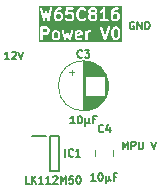
<source format=gto>
%TF.GenerationSoftware,KiCad,Pcbnew,9.0.2*%
%TF.CreationDate,2025-06-17T11:12:26+02:00*%
%TF.ProjectId,HCP65 Power,48435036-3520-4506-9f77-65722e6b6963,V0*%
%TF.SameCoordinates,Original*%
%TF.FileFunction,Legend,Top*%
%TF.FilePolarity,Positive*%
%FSLAX46Y46*%
G04 Gerber Fmt 4.6, Leading zero omitted, Abs format (unit mm)*
G04 Created by KiCad (PCBNEW 9.0.2) date 2025-06-17 11:12:26*
%MOMM*%
%LPD*%
G01*
G04 APERTURE LIST*
%ADD10C,0.150000*%
%ADD11C,0.200000*%
%ADD12C,0.120000*%
G04 APERTURE END LIST*
D10*
X11222458Y-10445963D02*
X11222458Y-9810963D01*
X11222458Y-9810963D02*
X11434125Y-10264534D01*
X11434125Y-10264534D02*
X11645791Y-9810963D01*
X11645791Y-9810963D02*
X11645791Y-10445963D01*
X11948172Y-10445963D02*
X11948172Y-9810963D01*
X11948172Y-9810963D02*
X12190077Y-9810963D01*
X12190077Y-9810963D02*
X12250553Y-9841201D01*
X12250553Y-9841201D02*
X12280791Y-9871439D01*
X12280791Y-9871439D02*
X12311029Y-9931915D01*
X12311029Y-9931915D02*
X12311029Y-10022629D01*
X12311029Y-10022629D02*
X12280791Y-10083105D01*
X12280791Y-10083105D02*
X12250553Y-10113344D01*
X12250553Y-10113344D02*
X12190077Y-10143582D01*
X12190077Y-10143582D02*
X11948172Y-10143582D01*
X12583172Y-9810963D02*
X12583172Y-10325010D01*
X12583172Y-10325010D02*
X12613410Y-10385486D01*
X12613410Y-10385486D02*
X12643648Y-10415725D01*
X12643648Y-10415725D02*
X12704124Y-10445963D01*
X12704124Y-10445963D02*
X12825077Y-10445963D01*
X12825077Y-10445963D02*
X12885553Y-10415725D01*
X12885553Y-10415725D02*
X12915791Y-10385486D01*
X12915791Y-10385486D02*
X12946029Y-10325010D01*
X12946029Y-10325010D02*
X12946029Y-9810963D01*
X13641506Y-9810963D02*
X13853172Y-10445963D01*
X13853172Y-10445963D02*
X14064839Y-9810963D01*
X1598493Y-2825963D02*
X1235636Y-2825963D01*
X1417064Y-2825963D02*
X1417064Y-2190963D01*
X1417064Y-2190963D02*
X1356588Y-2281677D01*
X1356588Y-2281677D02*
X1296112Y-2342153D01*
X1296112Y-2342153D02*
X1235636Y-2372391D01*
X1840398Y-2251439D02*
X1870636Y-2221201D01*
X1870636Y-2221201D02*
X1931112Y-2190963D01*
X1931112Y-2190963D02*
X2082303Y-2190963D01*
X2082303Y-2190963D02*
X2142779Y-2221201D01*
X2142779Y-2221201D02*
X2173017Y-2251439D01*
X2173017Y-2251439D02*
X2203255Y-2311915D01*
X2203255Y-2311915D02*
X2203255Y-2372391D01*
X2203255Y-2372391D02*
X2173017Y-2463105D01*
X2173017Y-2463105D02*
X1810160Y-2825963D01*
X1810160Y-2825963D02*
X2203255Y-2825963D01*
X2384684Y-2190963D02*
X2596350Y-2825963D01*
X2596350Y-2825963D02*
X2808017Y-2190963D01*
D11*
G36*
X5679811Y-600357D02*
G01*
X5704480Y-625025D01*
X5734285Y-684635D01*
X5734285Y-923135D01*
X5704480Y-982743D01*
X5679811Y-1007413D01*
X5620202Y-1037219D01*
X5524559Y-1037219D01*
X5464949Y-1007414D01*
X5440282Y-982746D01*
X5410476Y-923134D01*
X5410476Y-684635D01*
X5440281Y-625025D01*
X5464949Y-600356D01*
X5524559Y-570552D01*
X5620202Y-570552D01*
X5679811Y-600357D01*
G37*
G36*
X7616892Y-592707D02*
G01*
X7634342Y-627607D01*
X7362857Y-681904D01*
X7362857Y-637016D01*
X7385012Y-592706D01*
X7429321Y-570552D01*
X7572583Y-570552D01*
X7616892Y-592707D01*
G37*
G36*
X10727431Y-267024D02*
G01*
X10752100Y-291692D01*
X10787553Y-362599D01*
X10829524Y-530480D01*
X10829524Y-743956D01*
X10787553Y-911837D01*
X10752100Y-982743D01*
X10727431Y-1007413D01*
X10667822Y-1037219D01*
X10619798Y-1037219D01*
X10560188Y-1007414D01*
X10535521Y-982746D01*
X10500066Y-911837D01*
X10458096Y-743956D01*
X10458096Y-530481D01*
X10500066Y-362599D01*
X10535520Y-291692D01*
X10560188Y-267023D01*
X10619798Y-237219D01*
X10667822Y-237219D01*
X10727431Y-267024D01*
G37*
G36*
X4775049Y-267024D02*
G01*
X4799718Y-291692D01*
X4829523Y-351302D01*
X4829523Y-446945D01*
X4799718Y-506554D01*
X4775049Y-531222D01*
X4715440Y-561028D01*
X4458095Y-561028D01*
X4458095Y-237219D01*
X4715440Y-237219D01*
X4775049Y-267024D01*
G37*
G36*
X5917906Y961966D02*
G01*
X5942575Y937298D01*
X5972380Y877689D01*
X5972380Y686808D01*
X5942575Y627198D01*
X5917904Y602527D01*
X5858298Y572724D01*
X5715034Y572724D01*
X5655426Y602528D01*
X5630757Y627198D01*
X5600952Y686808D01*
X5600952Y877688D01*
X5630757Y937298D01*
X5655425Y961967D01*
X5715035Y991772D01*
X5858297Y991772D01*
X5917906Y961966D01*
G37*
G36*
X8822668Y914347D02*
G01*
X8847337Y889679D01*
X8877142Y830070D01*
X8877142Y686808D01*
X8847337Y627198D01*
X8822666Y602527D01*
X8763060Y572724D01*
X8619796Y572724D01*
X8560188Y602528D01*
X8535519Y627198D01*
X8505714Y686808D01*
X8505714Y830069D01*
X8535519Y889679D01*
X8560187Y914348D01*
X8619797Y944153D01*
X8763059Y944153D01*
X8822668Y914347D01*
G37*
G36*
X8822668Y1342918D02*
G01*
X8847337Y1318250D01*
X8877142Y1258641D01*
X8877142Y1258236D01*
X8847337Y1198626D01*
X8822668Y1173958D01*
X8763059Y1144153D01*
X8619797Y1144153D01*
X8560187Y1173957D01*
X8535519Y1198626D01*
X8505714Y1258236D01*
X8505714Y1258640D01*
X8535519Y1318250D01*
X8560187Y1342919D01*
X8619797Y1372724D01*
X8763059Y1372724D01*
X8822668Y1342918D01*
G37*
G36*
X10727430Y961966D02*
G01*
X10752099Y937298D01*
X10781904Y877689D01*
X10781904Y686808D01*
X10752099Y627198D01*
X10727428Y602527D01*
X10667822Y572724D01*
X10524558Y572724D01*
X10464950Y602528D01*
X10440281Y627198D01*
X10410476Y686808D01*
X10410476Y877688D01*
X10440281Y937298D01*
X10464949Y961967D01*
X10524559Y991772D01*
X10667821Y991772D01*
X10727430Y961966D01*
G37*
G36*
X11140635Y-1348330D02*
G01*
X4099434Y-1348330D01*
X4099434Y-137219D01*
X4258095Y-137219D01*
X4258095Y-1137219D01*
X4260016Y-1156728D01*
X4274948Y-1192776D01*
X4302538Y-1220366D01*
X4338586Y-1235298D01*
X4377604Y-1235298D01*
X4413652Y-1220366D01*
X4441242Y-1192776D01*
X4456174Y-1156728D01*
X4458095Y-1137219D01*
X4458095Y-761028D01*
X4739047Y-761028D01*
X4758556Y-759107D01*
X4761876Y-757731D01*
X4765460Y-757477D01*
X4783768Y-750471D01*
X4879006Y-702852D01*
X4887402Y-697566D01*
X4889842Y-696556D01*
X4892588Y-694302D01*
X4895596Y-692409D01*
X4897325Y-690414D01*
X4904996Y-684120D01*
X4928088Y-661028D01*
X5210476Y-661028D01*
X5210476Y-946742D01*
X5212397Y-966251D01*
X5213772Y-969571D01*
X5214027Y-973155D01*
X5221033Y-991463D01*
X5268652Y-1086701D01*
X5273935Y-1095093D01*
X5274947Y-1097537D01*
X5277203Y-1100286D01*
X5279095Y-1103291D01*
X5281089Y-1105020D01*
X5287384Y-1112690D01*
X5335002Y-1160310D01*
X5342670Y-1166603D01*
X5344402Y-1168600D01*
X5347410Y-1170493D01*
X5350156Y-1172747D01*
X5352596Y-1173757D01*
X5360993Y-1179043D01*
X5456230Y-1226662D01*
X5474539Y-1233668D01*
X5478122Y-1233922D01*
X5481443Y-1235298D01*
X5500952Y-1237219D01*
X5643809Y-1237219D01*
X5663318Y-1235298D01*
X5666638Y-1233922D01*
X5670222Y-1233668D01*
X5688530Y-1226662D01*
X5783768Y-1179043D01*
X5792163Y-1173758D01*
X5794605Y-1172747D01*
X5797352Y-1170491D01*
X5800358Y-1168600D01*
X5802088Y-1166605D01*
X5809758Y-1160310D01*
X5857377Y-1112690D01*
X5863669Y-1105023D01*
X5865666Y-1103292D01*
X5867559Y-1100284D01*
X5869814Y-1097537D01*
X5870825Y-1095095D01*
X5876109Y-1086701D01*
X5923728Y-991464D01*
X5930734Y-973155D01*
X5930988Y-969571D01*
X5932364Y-966251D01*
X5934285Y-946742D01*
X5934285Y-661028D01*
X5932364Y-641519D01*
X5930988Y-638198D01*
X5930734Y-634615D01*
X5923728Y-616306D01*
X5876109Y-521069D01*
X5870823Y-512672D01*
X5869813Y-510232D01*
X5867559Y-507486D01*
X5865666Y-504478D01*
X5863668Y-502745D01*
X5857376Y-495079D01*
X5841035Y-478738D01*
X6067954Y-478738D01*
X6071467Y-498024D01*
X6261943Y-1164691D01*
X6269149Y-1182922D01*
X6273119Y-1187923D01*
X6275632Y-1193786D01*
X6285143Y-1203068D01*
X6293410Y-1213481D01*
X6298987Y-1216579D01*
X6303556Y-1221038D01*
X6315905Y-1225977D01*
X6327518Y-1232429D01*
X6333853Y-1233157D01*
X6339783Y-1235529D01*
X6353076Y-1235366D01*
X6366281Y-1236884D01*
X6372420Y-1235129D01*
X6378798Y-1235052D01*
X6391008Y-1229819D01*
X6403798Y-1226165D01*
X6408799Y-1222194D01*
X6414662Y-1219682D01*
X6423944Y-1210170D01*
X6434357Y-1201904D01*
X6437455Y-1196326D01*
X6441914Y-1191758D01*
X6450943Y-1174358D01*
X6548571Y-930287D01*
X6646199Y-1174358D01*
X6655228Y-1191758D01*
X6659686Y-1196326D01*
X6662785Y-1201904D01*
X6673197Y-1210170D01*
X6682480Y-1219682D01*
X6688343Y-1222194D01*
X6693344Y-1226165D01*
X6706131Y-1229818D01*
X6718343Y-1235052D01*
X6724721Y-1235129D01*
X6730861Y-1236884D01*
X6744072Y-1235365D01*
X6757359Y-1235528D01*
X6763282Y-1233158D01*
X6769624Y-1232430D01*
X6781247Y-1225972D01*
X6793586Y-1221037D01*
X6798152Y-1216580D01*
X6803732Y-1213481D01*
X6811999Y-1203067D01*
X6821510Y-1193786D01*
X6824022Y-1187923D01*
X6827993Y-1182922D01*
X6835199Y-1164691D01*
X6992708Y-613409D01*
X7162857Y-613409D01*
X7162857Y-994361D01*
X7164778Y-1013870D01*
X7166153Y-1017190D01*
X7166408Y-1020773D01*
X7173414Y-1039082D01*
X7221033Y-1134321D01*
X7223086Y-1137584D01*
X7223600Y-1139123D01*
X7225262Y-1141039D01*
X7231476Y-1150911D01*
X7240947Y-1159125D01*
X7249164Y-1168600D01*
X7259034Y-1174812D01*
X7260952Y-1176476D01*
X7262492Y-1176989D01*
X7265755Y-1179043D01*
X7360992Y-1226662D01*
X7379301Y-1233668D01*
X7382884Y-1233922D01*
X7386205Y-1235298D01*
X7405714Y-1237219D01*
X7596190Y-1237219D01*
X7615699Y-1235298D01*
X7619019Y-1233922D01*
X7622603Y-1233668D01*
X7640911Y-1226662D01*
X7736149Y-1179043D01*
X7752739Y-1168600D01*
X7778304Y-1139123D01*
X7790642Y-1102107D01*
X7787877Y-1063187D01*
X7770428Y-1028289D01*
X7740951Y-1002724D01*
X7703935Y-990385D01*
X7665015Y-993151D01*
X7646706Y-1000157D01*
X7572583Y-1037219D01*
X7429321Y-1037219D01*
X7385011Y-1015064D01*
X7362857Y-970754D01*
X7362857Y-885865D01*
X7758553Y-806726D01*
X7758556Y-806726D01*
X7758558Y-806724D01*
X7758658Y-806705D01*
X7777412Y-800995D01*
X7785552Y-795543D01*
X7794604Y-791794D01*
X7801605Y-784792D01*
X7809831Y-779284D01*
X7815265Y-771132D01*
X7822194Y-764204D01*
X7825983Y-755056D01*
X7831475Y-746819D01*
X7833376Y-737208D01*
X7837126Y-728156D01*
X7839047Y-708647D01*
X7839047Y-613409D01*
X7837126Y-593900D01*
X7835750Y-590579D01*
X7835496Y-586996D01*
X7828490Y-568687D01*
X7780871Y-473450D01*
X7779046Y-470552D01*
X8067619Y-470552D01*
X8067619Y-1137219D01*
X8069540Y-1156728D01*
X8084472Y-1192776D01*
X8112062Y-1220366D01*
X8148110Y-1235298D01*
X8187128Y-1235298D01*
X8223176Y-1220366D01*
X8250766Y-1192776D01*
X8265698Y-1156728D01*
X8267619Y-1137219D01*
X8267619Y-684635D01*
X8297424Y-625025D01*
X8322092Y-600356D01*
X8381702Y-570552D01*
X8453333Y-570552D01*
X8472842Y-568631D01*
X8508890Y-553699D01*
X8536480Y-526109D01*
X8551412Y-490061D01*
X8551412Y-451043D01*
X8536480Y-414995D01*
X8508890Y-387405D01*
X8472842Y-372473D01*
X8453333Y-370552D01*
X8358095Y-370552D01*
X8338586Y-372473D01*
X8335265Y-373848D01*
X8331682Y-374103D01*
X8313373Y-381109D01*
X8249044Y-413273D01*
X8223176Y-387405D01*
X8187128Y-372473D01*
X8148110Y-372473D01*
X8112062Y-387405D01*
X8084472Y-414995D01*
X8069540Y-451043D01*
X8067619Y-470552D01*
X7779046Y-470552D01*
X7778816Y-470186D01*
X7778304Y-468648D01*
X7776642Y-466732D01*
X7770428Y-456859D01*
X7760952Y-448641D01*
X7752739Y-439171D01*
X7742867Y-432957D01*
X7740951Y-431295D01*
X7739412Y-430781D01*
X7736149Y-428728D01*
X7640911Y-381109D01*
X7622603Y-374103D01*
X7619019Y-373848D01*
X7615699Y-372473D01*
X7596190Y-370552D01*
X7405714Y-370552D01*
X7386205Y-372473D01*
X7382884Y-373848D01*
X7379301Y-374103D01*
X7360992Y-381109D01*
X7265755Y-428728D01*
X7262491Y-430782D01*
X7260953Y-431295D01*
X7259037Y-432956D01*
X7249164Y-439171D01*
X7240946Y-448646D01*
X7231476Y-456860D01*
X7225262Y-466731D01*
X7223600Y-468648D01*
X7223086Y-470186D01*
X7221033Y-473450D01*
X7173414Y-568688D01*
X7166408Y-586996D01*
X7166153Y-590579D01*
X7164778Y-593900D01*
X7162857Y-613409D01*
X6992708Y-613409D01*
X7025675Y-498024D01*
X7029188Y-478738D01*
X7024733Y-439975D01*
X7005785Y-405867D01*
X6975226Y-381606D01*
X6937709Y-370887D01*
X6898946Y-375342D01*
X6864838Y-394290D01*
X6840577Y-424849D01*
X6833371Y-443080D01*
X6723256Y-828482D01*
X6641419Y-623889D01*
X6632390Y-606489D01*
X6631521Y-605599D01*
X6631034Y-604461D01*
X6617937Y-591680D01*
X6605138Y-578565D01*
X6603997Y-578076D01*
X6603110Y-577210D01*
X6586096Y-570404D01*
X6569274Y-563195D01*
X6568035Y-563179D01*
X6566883Y-562719D01*
X6548592Y-562942D01*
X6530259Y-562718D01*
X6529104Y-563179D01*
X6527867Y-563195D01*
X6511072Y-570392D01*
X6494032Y-577209D01*
X6493142Y-578077D01*
X6492004Y-578565D01*
X6479213Y-591670D01*
X6466108Y-604461D01*
X6465620Y-605599D01*
X6464752Y-606489D01*
X6455723Y-623889D01*
X6373885Y-828482D01*
X6263771Y-443080D01*
X6256565Y-424849D01*
X6232304Y-394290D01*
X6198196Y-375341D01*
X6159433Y-370887D01*
X6121916Y-381606D01*
X6091357Y-405867D01*
X6072408Y-439975D01*
X6067954Y-478738D01*
X5841035Y-478738D01*
X5809758Y-447460D01*
X5802087Y-441165D01*
X5800358Y-439171D01*
X5797350Y-437277D01*
X5794604Y-435024D01*
X5792164Y-434013D01*
X5783768Y-428728D01*
X5688530Y-381109D01*
X5670222Y-374103D01*
X5666638Y-373848D01*
X5663318Y-372473D01*
X5643809Y-370552D01*
X5500952Y-370552D01*
X5481443Y-372473D01*
X5478122Y-373848D01*
X5474539Y-374103D01*
X5456230Y-381109D01*
X5360993Y-428728D01*
X5352596Y-434013D01*
X5350156Y-435024D01*
X5347410Y-437277D01*
X5344402Y-439171D01*
X5342669Y-441168D01*
X5335003Y-447461D01*
X5287384Y-495079D01*
X5281089Y-502749D01*
X5279095Y-504479D01*
X5277201Y-507486D01*
X5274948Y-510233D01*
X5273937Y-512672D01*
X5268652Y-521069D01*
X5221033Y-616307D01*
X5214027Y-634615D01*
X5213772Y-638198D01*
X5212397Y-641519D01*
X5210476Y-661028D01*
X4928088Y-661028D01*
X4952614Y-636501D01*
X4958906Y-628834D01*
X4960904Y-627102D01*
X4962797Y-624093D01*
X4965051Y-621348D01*
X4966061Y-618907D01*
X4971347Y-610511D01*
X5018966Y-515274D01*
X5025972Y-496965D01*
X5026226Y-493381D01*
X5027602Y-490061D01*
X5029523Y-470552D01*
X5029523Y-327695D01*
X5027602Y-308186D01*
X5026226Y-304865D01*
X5025972Y-301282D01*
X5018966Y-282973D01*
X4971347Y-187736D01*
X4966061Y-179339D01*
X4965051Y-176899D01*
X4962797Y-174153D01*
X4960904Y-171145D01*
X4958906Y-169412D01*
X4952614Y-161746D01*
X4940594Y-149726D01*
X9306500Y-149726D01*
X9310847Y-168842D01*
X9644180Y-1168841D01*
X9652171Y-1186742D01*
X9656854Y-1192141D01*
X9660049Y-1198531D01*
X9669520Y-1206746D01*
X9677736Y-1216218D01*
X9684124Y-1219412D01*
X9689525Y-1224096D01*
X9701426Y-1228063D01*
X9712635Y-1233667D01*
X9719759Y-1234173D01*
X9726541Y-1236434D01*
X9739050Y-1235544D01*
X9751555Y-1236434D01*
X9758333Y-1234174D01*
X9765461Y-1233668D01*
X9776677Y-1228059D01*
X9788571Y-1224095D01*
X9793968Y-1219414D01*
X9800360Y-1216218D01*
X9808578Y-1206742D01*
X9818047Y-1198530D01*
X9821240Y-1192143D01*
X9825925Y-1186742D01*
X9833916Y-1168842D01*
X10050806Y-518171D01*
X10258096Y-518171D01*
X10258096Y-756266D01*
X10258431Y-759668D01*
X10258214Y-761127D01*
X10259293Y-768424D01*
X10260017Y-775775D01*
X10260581Y-777138D01*
X10261082Y-780520D01*
X10308701Y-970995D01*
X10309214Y-972432D01*
X10309266Y-973155D01*
X10312374Y-981279D01*
X10315296Y-989456D01*
X10315726Y-990036D01*
X10316272Y-991463D01*
X10363891Y-1086701D01*
X10369174Y-1095093D01*
X10370186Y-1097537D01*
X10372442Y-1100286D01*
X10374334Y-1103291D01*
X10376328Y-1105020D01*
X10382623Y-1112690D01*
X10430241Y-1160310D01*
X10437909Y-1166603D01*
X10439641Y-1168600D01*
X10442649Y-1170493D01*
X10445395Y-1172747D01*
X10447835Y-1173757D01*
X10456232Y-1179043D01*
X10551469Y-1226662D01*
X10569778Y-1233668D01*
X10573361Y-1233922D01*
X10576682Y-1235298D01*
X10596191Y-1237219D01*
X10691429Y-1237219D01*
X10710938Y-1235298D01*
X10714258Y-1233922D01*
X10717842Y-1233668D01*
X10736150Y-1226662D01*
X10831388Y-1179043D01*
X10839783Y-1173758D01*
X10842225Y-1172747D01*
X10844972Y-1170491D01*
X10847978Y-1168600D01*
X10849708Y-1166605D01*
X10857378Y-1160310D01*
X10904997Y-1112690D01*
X10911289Y-1105023D01*
X10913286Y-1103292D01*
X10915179Y-1100284D01*
X10917434Y-1097537D01*
X10918445Y-1095095D01*
X10923729Y-1086701D01*
X10971348Y-991464D01*
X10971894Y-990035D01*
X10972324Y-989456D01*
X10975245Y-981279D01*
X10978354Y-973155D01*
X10978405Y-972434D01*
X10978919Y-970996D01*
X11026538Y-780520D01*
X11027038Y-777138D01*
X11027603Y-775775D01*
X11028326Y-768424D01*
X11029406Y-761127D01*
X11029188Y-759668D01*
X11029524Y-756266D01*
X11029524Y-518171D01*
X11029188Y-514768D01*
X11029406Y-513310D01*
X11028326Y-506012D01*
X11027603Y-498662D01*
X11027038Y-497298D01*
X11026538Y-493917D01*
X10978919Y-303441D01*
X10978405Y-302002D01*
X10978354Y-301282D01*
X10975245Y-293157D01*
X10972324Y-284981D01*
X10971894Y-284401D01*
X10971348Y-282973D01*
X10923729Y-187736D01*
X10918443Y-179339D01*
X10917433Y-176899D01*
X10915179Y-174153D01*
X10913286Y-171145D01*
X10911288Y-169412D01*
X10904996Y-161746D01*
X10857378Y-114127D01*
X10849707Y-107832D01*
X10847978Y-105838D01*
X10844970Y-103944D01*
X10842224Y-101691D01*
X10839784Y-100680D01*
X10831388Y-95395D01*
X10736150Y-47776D01*
X10717842Y-40770D01*
X10714258Y-40515D01*
X10710938Y-39140D01*
X10691429Y-37219D01*
X10596191Y-37219D01*
X10576682Y-39140D01*
X10573361Y-40515D01*
X10569778Y-40770D01*
X10551469Y-47776D01*
X10456232Y-95395D01*
X10447835Y-100680D01*
X10445395Y-101691D01*
X10442649Y-103944D01*
X10439641Y-105838D01*
X10437908Y-107835D01*
X10430242Y-114128D01*
X10382623Y-161746D01*
X10376328Y-169416D01*
X10374334Y-171146D01*
X10372440Y-174153D01*
X10370187Y-176900D01*
X10369176Y-179339D01*
X10363891Y-187736D01*
X10316272Y-282974D01*
X10315726Y-284400D01*
X10315296Y-284981D01*
X10312374Y-293157D01*
X10309266Y-301282D01*
X10309214Y-302004D01*
X10308701Y-303442D01*
X10261082Y-493917D01*
X10260581Y-497298D01*
X10260017Y-498662D01*
X10259293Y-506012D01*
X10258214Y-513310D01*
X10258431Y-514768D01*
X10258096Y-518171D01*
X10050806Y-518171D01*
X10167249Y-168842D01*
X10171596Y-149727D01*
X10168830Y-110807D01*
X10151380Y-75908D01*
X10121904Y-50343D01*
X10084888Y-38004D01*
X10045968Y-40771D01*
X10011069Y-58220D01*
X9985504Y-87696D01*
X9977513Y-105597D01*
X9739048Y-820991D01*
X9500583Y-105596D01*
X9492592Y-87696D01*
X9467027Y-58220D01*
X9432128Y-40770D01*
X9393208Y-38004D01*
X9356192Y-50342D01*
X9326716Y-75907D01*
X9309266Y-110806D01*
X9306500Y-149726D01*
X4940594Y-149726D01*
X4904996Y-114127D01*
X4897325Y-107832D01*
X4895596Y-105838D01*
X4892588Y-103944D01*
X4889842Y-101691D01*
X4887402Y-100680D01*
X4879006Y-95395D01*
X4783768Y-47776D01*
X4765460Y-40770D01*
X4761876Y-40515D01*
X4758556Y-39140D01*
X4739047Y-37219D01*
X4358095Y-37219D01*
X4338586Y-39140D01*
X4302538Y-54072D01*
X4274948Y-81662D01*
X4260016Y-117710D01*
X4258095Y-137219D01*
X4099434Y-137219D01*
X4099434Y1468985D01*
X4210545Y1468985D01*
X4213195Y1449562D01*
X4451290Y449562D01*
X4453598Y442864D01*
X4453917Y440467D01*
X4455171Y438299D01*
X4457678Y431028D01*
X4466193Y419261D01*
X4473466Y406699D01*
X4477543Y403578D01*
X4480553Y399419D01*
X4492915Y391811D01*
X4504449Y382983D01*
X4509412Y381659D01*
X4513783Y378970D01*
X4528117Y376671D01*
X4542150Y372930D01*
X4547238Y373606D01*
X4552310Y372793D01*
X4566444Y376158D01*
X4580828Y378070D01*
X4585268Y380640D01*
X4590267Y381831D01*
X4602033Y390346D01*
X4614596Y397619D01*
X4617716Y401696D01*
X4621876Y404706D01*
X4629483Y417068D01*
X4638312Y428602D01*
X4641011Y435802D01*
X4642325Y437936D01*
X4642708Y440326D01*
X4645195Y446958D01*
X4739047Y798904D01*
X4832900Y446957D01*
X4835385Y440327D01*
X4835769Y437936D01*
X4837082Y435801D01*
X4839782Y428602D01*
X4848610Y417068D01*
X4856218Y404706D01*
X4860377Y401696D01*
X4863498Y397619D01*
X4876062Y390344D01*
X4887827Y381831D01*
X4892822Y380641D01*
X4897266Y378069D01*
X4911655Y376157D01*
X4925784Y372793D01*
X4930855Y373606D01*
X4935944Y372930D01*
X4949976Y376671D01*
X4964311Y378970D01*
X4968681Y381659D01*
X4973645Y382983D01*
X4985178Y391811D01*
X4997541Y399419D01*
X5000550Y403578D01*
X5004628Y406699D01*
X5011903Y419265D01*
X5020416Y431028D01*
X5022920Y438293D01*
X5024178Y440466D01*
X5024497Y442869D01*
X5026804Y449562D01*
X5168374Y1044153D01*
X5400952Y1044153D01*
X5400952Y663201D01*
X5402873Y643692D01*
X5404248Y640371D01*
X5404503Y636788D01*
X5411509Y618480D01*
X5459128Y523242D01*
X5464413Y514845D01*
X5465424Y512406D01*
X5467677Y509659D01*
X5469571Y506652D01*
X5471565Y504922D01*
X5477860Y497252D01*
X5525479Y449634D01*
X5533148Y443339D01*
X5534878Y441345D01*
X5537882Y439453D01*
X5540632Y437197D01*
X5543075Y436185D01*
X5551468Y430902D01*
X5646706Y383282D01*
X5665015Y376275D01*
X5668598Y376020D01*
X5671919Y374645D01*
X5691428Y372724D01*
X5881904Y372724D01*
X5901413Y374645D01*
X5904732Y376020D01*
X5908318Y376275D01*
X5926626Y383282D01*
X6021864Y430902D01*
X6030259Y436186D01*
X6032699Y437197D01*
X6035444Y439450D01*
X6038455Y441345D01*
X6040186Y443341D01*
X6047853Y449633D01*
X6095471Y497252D01*
X6101763Y504918D01*
X6103761Y506651D01*
X6105654Y509659D01*
X6107908Y512405D01*
X6108918Y514845D01*
X6114204Y523242D01*
X6161823Y618479D01*
X6168829Y636788D01*
X6169083Y640371D01*
X6170459Y643692D01*
X6172380Y663201D01*
X6172380Y901296D01*
X6170459Y920805D01*
X6169083Y924125D01*
X6168829Y927709D01*
X6161823Y946018D01*
X6141391Y986881D01*
X6353800Y986881D01*
X6355254Y982062D01*
X6355254Y977025D01*
X6360850Y963515D01*
X6365071Y949526D01*
X6368258Y945629D01*
X6370186Y940977D01*
X6380522Y930640D01*
X6389778Y919328D01*
X6394215Y916947D01*
X6397776Y913387D01*
X6411281Y907792D01*
X6424162Y900883D01*
X6429171Y900382D01*
X6433824Y898455D01*
X6448445Y898455D01*
X6462986Y897001D01*
X6467805Y898455D01*
X6472842Y898455D01*
X6486351Y904051D01*
X6500341Y908272D01*
X6504237Y911459D01*
X6508890Y913387D01*
X6524044Y925823D01*
X6560187Y961967D01*
X6619797Y991772D01*
X6810678Y991772D01*
X6870287Y961966D01*
X6894956Y937298D01*
X6924761Y877689D01*
X6924761Y686808D01*
X6894956Y627198D01*
X6870285Y602527D01*
X6810679Y572724D01*
X6619796Y572724D01*
X6560188Y602528D01*
X6524044Y638674D01*
X6508890Y651110D01*
X6472842Y666042D01*
X6433824Y666042D01*
X6397776Y651110D01*
X6370186Y623520D01*
X6355254Y587472D01*
X6355254Y548454D01*
X6370186Y512406D01*
X6382622Y497252D01*
X6430241Y449634D01*
X6437910Y443339D01*
X6439640Y441345D01*
X6442644Y439453D01*
X6445394Y437197D01*
X6447837Y436185D01*
X6456230Y430902D01*
X6551468Y383282D01*
X6569777Y376275D01*
X6573360Y376020D01*
X6576681Y374645D01*
X6596190Y372724D01*
X6834285Y372724D01*
X6853794Y374645D01*
X6857113Y376020D01*
X6860699Y376275D01*
X6879007Y383282D01*
X6974245Y430902D01*
X6982640Y436186D01*
X6985080Y437197D01*
X6987825Y439450D01*
X6990836Y441345D01*
X6992567Y443341D01*
X7000234Y449633D01*
X7047852Y497252D01*
X7054144Y504918D01*
X7056142Y506651D01*
X7058035Y509659D01*
X7060289Y512405D01*
X7061299Y514845D01*
X7066585Y523242D01*
X7114204Y618479D01*
X7121210Y636788D01*
X7121464Y640371D01*
X7122840Y643692D01*
X7124761Y663201D01*
X7124761Y901296D01*
X7122840Y920805D01*
X7121464Y924125D01*
X7121210Y927709D01*
X7114204Y946018D01*
X7066585Y1041255D01*
X7064760Y1044153D01*
X7305714Y1044153D01*
X7305714Y901296D01*
X7306049Y897893D01*
X7305832Y896435D01*
X7306911Y889137D01*
X7307635Y881787D01*
X7308199Y880423D01*
X7308700Y877042D01*
X7356319Y686567D01*
X7356832Y685129D01*
X7356884Y684407D01*
X7359992Y676282D01*
X7362914Y668106D01*
X7363344Y667525D01*
X7363890Y666099D01*
X7411509Y570861D01*
X7416794Y562464D01*
X7417805Y560025D01*
X7420058Y557278D01*
X7421952Y554271D01*
X7423946Y552541D01*
X7430241Y544871D01*
X7525479Y449633D01*
X7540633Y437197D01*
X7543951Y435822D01*
X7546666Y433468D01*
X7564567Y425476D01*
X7707424Y377856D01*
X7717096Y375656D01*
X7719538Y374645D01*
X7723075Y374296D01*
X7726539Y373509D01*
X7729173Y373696D01*
X7739047Y372724D01*
X7834285Y372724D01*
X7844158Y373696D01*
X7846793Y373509D01*
X7850256Y374296D01*
X7853794Y374645D01*
X7856235Y375656D01*
X7865908Y377856D01*
X8008766Y425476D01*
X8026666Y433468D01*
X8029380Y435822D01*
X8032699Y437197D01*
X8047853Y449633D01*
X8095471Y497252D01*
X8107908Y512405D01*
X8122839Y548454D01*
X8122839Y587472D01*
X8107908Y623520D01*
X8080318Y651110D01*
X8044270Y666041D01*
X8005252Y666041D01*
X7969203Y651110D01*
X7954050Y638673D01*
X7923122Y607746D01*
X7818058Y572724D01*
X7755275Y572724D01*
X7650209Y607746D01*
X7583137Y674818D01*
X7547684Y745724D01*
X7505714Y913606D01*
X7505714Y1031843D01*
X7547684Y1199724D01*
X7583137Y1270630D01*
X7650209Y1337702D01*
X7755273Y1372724D01*
X7818058Y1372724D01*
X7923123Y1337702D01*
X7954050Y1306776D01*
X7969203Y1294339D01*
X8005252Y1279408D01*
X8044270Y1279408D01*
X8051127Y1282248D01*
X8305714Y1282248D01*
X8305714Y1234629D01*
X8307635Y1215120D01*
X8309010Y1211799D01*
X8309265Y1208216D01*
X8316271Y1189908D01*
X8363890Y1094670D01*
X8369175Y1086273D01*
X8370186Y1083834D01*
X8372439Y1081087D01*
X8374333Y1078080D01*
X8376327Y1076350D01*
X8382622Y1068680D01*
X8407149Y1044153D01*
X8382622Y1019626D01*
X8376327Y1011955D01*
X8374333Y1010226D01*
X8372439Y1007218D01*
X8370186Y1004472D01*
X8369175Y1002032D01*
X8363890Y993636D01*
X8316271Y898398D01*
X8309265Y880090D01*
X8309010Y876506D01*
X8307635Y873186D01*
X8305714Y853677D01*
X8305714Y663201D01*
X8307635Y643692D01*
X8309010Y640371D01*
X8309265Y636788D01*
X8316271Y618480D01*
X8363890Y523242D01*
X8369175Y514845D01*
X8370186Y512406D01*
X8372439Y509659D01*
X8374333Y506652D01*
X8376327Y504922D01*
X8382622Y497252D01*
X8430241Y449634D01*
X8437910Y443339D01*
X8439640Y441345D01*
X8442644Y439453D01*
X8445394Y437197D01*
X8447837Y436185D01*
X8456230Y430902D01*
X8551468Y383282D01*
X8569777Y376275D01*
X8573360Y376020D01*
X8576681Y374645D01*
X8596190Y372724D01*
X8786666Y372724D01*
X8806175Y374645D01*
X8809494Y376020D01*
X8813080Y376275D01*
X8831388Y383282D01*
X8926626Y430902D01*
X8935021Y436186D01*
X8937461Y437197D01*
X8940206Y439450D01*
X8943217Y441345D01*
X8944948Y443341D01*
X8952615Y449633D01*
X9000233Y497252D01*
X9006525Y504918D01*
X9008523Y506651D01*
X9010416Y509659D01*
X9012670Y512405D01*
X9013680Y514845D01*
X9018966Y523242D01*
X9066585Y618479D01*
X9073591Y636788D01*
X9073845Y640371D01*
X9075221Y643692D01*
X9077142Y663201D01*
X9077142Y853677D01*
X9075221Y873186D01*
X9073845Y876506D01*
X9073591Y880090D01*
X9066585Y898399D01*
X9018966Y993636D01*
X9013680Y1002032D01*
X9012670Y1004473D01*
X9010416Y1007218D01*
X9008523Y1010227D01*
X9006525Y1011959D01*
X9000233Y1019626D01*
X8975706Y1044153D01*
X9000233Y1068680D01*
X9006525Y1076346D01*
X9008523Y1078079D01*
X9010416Y1081087D01*
X9012670Y1083833D01*
X9013680Y1086273D01*
X9018966Y1094670D01*
X9066585Y1189907D01*
X9070262Y1199517D01*
X9258880Y1199517D01*
X9261646Y1160597D01*
X9279095Y1125698D01*
X9308572Y1100134D01*
X9345588Y1087795D01*
X9384508Y1090561D01*
X9402816Y1097567D01*
X9498054Y1145186D01*
X9506450Y1150471D01*
X9508890Y1151482D01*
X9511636Y1153735D01*
X9514644Y1155629D01*
X9516373Y1157623D01*
X9524044Y1163918D01*
X9543809Y1183683D01*
X9543809Y572724D01*
X9358095Y572724D01*
X9338586Y570803D01*
X9302538Y555871D01*
X9274948Y528281D01*
X9260016Y492233D01*
X9260016Y453215D01*
X9274948Y417167D01*
X9302538Y389577D01*
X9338586Y374645D01*
X9358095Y372724D01*
X9929523Y372724D01*
X9949032Y374645D01*
X9985080Y389577D01*
X10012670Y417167D01*
X10027602Y453215D01*
X10027602Y492233D01*
X10012670Y528281D01*
X9985080Y555871D01*
X9949032Y570803D01*
X9929523Y572724D01*
X9743809Y572724D01*
X9743809Y1044153D01*
X10210476Y1044153D01*
X10210476Y663201D01*
X10212397Y643692D01*
X10213772Y640371D01*
X10214027Y636788D01*
X10221033Y618480D01*
X10268652Y523242D01*
X10273937Y514845D01*
X10274948Y512406D01*
X10277201Y509659D01*
X10279095Y506652D01*
X10281089Y504922D01*
X10287384Y497252D01*
X10335003Y449634D01*
X10342672Y443339D01*
X10344402Y441345D01*
X10347406Y439453D01*
X10350156Y437197D01*
X10352599Y436185D01*
X10360992Y430902D01*
X10456230Y383282D01*
X10474539Y376275D01*
X10478122Y376020D01*
X10481443Y374645D01*
X10500952Y372724D01*
X10691428Y372724D01*
X10710937Y374645D01*
X10714256Y376020D01*
X10717842Y376275D01*
X10736150Y383282D01*
X10831388Y430902D01*
X10839783Y436186D01*
X10842223Y437197D01*
X10844968Y439450D01*
X10847979Y441345D01*
X10849710Y443341D01*
X10857377Y449633D01*
X10904995Y497252D01*
X10911287Y504918D01*
X10913285Y506651D01*
X10915178Y509659D01*
X10917432Y512405D01*
X10918442Y514845D01*
X10923728Y523242D01*
X10971347Y618479D01*
X10978353Y636788D01*
X10978607Y640371D01*
X10979983Y643692D01*
X10981904Y663201D01*
X10981904Y901296D01*
X10979983Y920805D01*
X10978607Y924125D01*
X10978353Y927709D01*
X10971347Y946018D01*
X10923728Y1041255D01*
X10918442Y1049651D01*
X10917432Y1052092D01*
X10915178Y1054837D01*
X10913285Y1057846D01*
X10911287Y1059578D01*
X10904995Y1067245D01*
X10857377Y1114864D01*
X10849706Y1121158D01*
X10847977Y1123153D01*
X10844969Y1125046D01*
X10842223Y1127300D01*
X10839783Y1128310D01*
X10831387Y1133596D01*
X10736149Y1181215D01*
X10717841Y1188221D01*
X10714257Y1188475D01*
X10710937Y1189851D01*
X10691428Y1191772D01*
X10500952Y1191772D01*
X10481443Y1189851D01*
X10478122Y1188475D01*
X10474539Y1188221D01*
X10456230Y1181215D01*
X10446617Y1176408D01*
X10450908Y1193571D01*
X10531044Y1313775D01*
X10560187Y1342919D01*
X10619797Y1372724D01*
X10786666Y1372724D01*
X10806175Y1374645D01*
X10842223Y1389577D01*
X10869813Y1417167D01*
X10884745Y1453215D01*
X10884745Y1492233D01*
X10869813Y1528281D01*
X10842223Y1555871D01*
X10806175Y1570803D01*
X10786666Y1572724D01*
X10596190Y1572724D01*
X10576681Y1570803D01*
X10573360Y1569427D01*
X10569777Y1569173D01*
X10551468Y1562167D01*
X10456231Y1514548D01*
X10447834Y1509262D01*
X10445394Y1508252D01*
X10442648Y1505998D01*
X10439640Y1504105D01*
X10437907Y1502107D01*
X10430241Y1495815D01*
X10382622Y1448197D01*
X10382577Y1448142D01*
X10382548Y1448123D01*
X10376366Y1440574D01*
X10370186Y1433043D01*
X10370172Y1433010D01*
X10370128Y1432956D01*
X10274890Y1290099D01*
X10269147Y1279329D01*
X10267676Y1277343D01*
X10266838Y1274997D01*
X10265667Y1272801D01*
X10265187Y1270377D01*
X10261081Y1258882D01*
X10213462Y1068407D01*
X10212961Y1065025D01*
X10212397Y1063662D01*
X10211673Y1056311D01*
X10210594Y1049014D01*
X10210811Y1047555D01*
X10210476Y1044153D01*
X9743809Y1044153D01*
X9743809Y1472724D01*
X9743802Y1472794D01*
X9743809Y1472829D01*
X9743788Y1472930D01*
X9741888Y1492233D01*
X9738098Y1501381D01*
X9736157Y1511089D01*
X9730705Y1519229D01*
X9726956Y1528281D01*
X9719956Y1535280D01*
X9714446Y1543509D01*
X9706291Y1548945D01*
X9699366Y1555871D01*
X9690222Y1559658D01*
X9681981Y1565153D01*
X9672367Y1567054D01*
X9663318Y1570803D01*
X9653417Y1570803D01*
X9643705Y1572724D01*
X9634100Y1570803D01*
X9624300Y1570803D01*
X9615151Y1567013D01*
X9605444Y1565072D01*
X9597303Y1559620D01*
X9588252Y1555871D01*
X9581252Y1548871D01*
X9573024Y1543361D01*
X9560735Y1528354D01*
X9560662Y1528281D01*
X9560648Y1528248D01*
X9560604Y1528194D01*
X9470860Y1393578D01*
X9394096Y1316814D01*
X9313374Y1276453D01*
X9296783Y1266010D01*
X9271219Y1236533D01*
X9258880Y1199517D01*
X9070262Y1199517D01*
X9073591Y1208216D01*
X9073845Y1211799D01*
X9075221Y1215120D01*
X9077142Y1234629D01*
X9077142Y1282248D01*
X9075221Y1301757D01*
X9073845Y1305077D01*
X9073591Y1308661D01*
X9066585Y1326970D01*
X9018966Y1422207D01*
X9013680Y1430603D01*
X9012670Y1433044D01*
X9010416Y1435789D01*
X9008523Y1438798D01*
X9006525Y1440530D01*
X9000233Y1448197D01*
X8952615Y1495816D01*
X8944944Y1502110D01*
X8943215Y1504105D01*
X8940207Y1505998D01*
X8937461Y1508252D01*
X8935021Y1509262D01*
X8926625Y1514548D01*
X8831387Y1562167D01*
X8813079Y1569173D01*
X8809495Y1569427D01*
X8806175Y1570803D01*
X8786666Y1572724D01*
X8596190Y1572724D01*
X8576681Y1570803D01*
X8573360Y1569427D01*
X8569777Y1569173D01*
X8551468Y1562167D01*
X8456231Y1514548D01*
X8447834Y1509262D01*
X8445394Y1508252D01*
X8442648Y1505998D01*
X8439640Y1504105D01*
X8437907Y1502107D01*
X8430241Y1495815D01*
X8382622Y1448197D01*
X8376327Y1440526D01*
X8374333Y1438797D01*
X8372439Y1435789D01*
X8370186Y1433043D01*
X8369175Y1430603D01*
X8363890Y1422207D01*
X8316271Y1326969D01*
X8309265Y1308661D01*
X8309010Y1305077D01*
X8307635Y1301757D01*
X8305714Y1282248D01*
X8051127Y1282248D01*
X8080318Y1294339D01*
X8107908Y1321929D01*
X8122839Y1357977D01*
X8122839Y1396995D01*
X8107908Y1433044D01*
X8095471Y1448197D01*
X8047853Y1495816D01*
X8032699Y1508252D01*
X8029380Y1509626D01*
X8026665Y1511982D01*
X8008764Y1519973D01*
X7865908Y1567592D01*
X7856236Y1569791D01*
X7853794Y1570803D01*
X7850255Y1571151D01*
X7846792Y1571939D01*
X7844158Y1571751D01*
X7834285Y1572724D01*
X7739047Y1572724D01*
X7729173Y1571751D01*
X7726539Y1571939D01*
X7723075Y1571151D01*
X7719538Y1570803D01*
X7717096Y1569791D01*
X7707424Y1567592D01*
X7564567Y1519973D01*
X7546667Y1511982D01*
X7543951Y1509626D01*
X7540633Y1508252D01*
X7525479Y1495816D01*
X7430241Y1400578D01*
X7423946Y1392907D01*
X7421952Y1391178D01*
X7420058Y1388170D01*
X7417805Y1385424D01*
X7416794Y1382984D01*
X7411509Y1374588D01*
X7363890Y1279350D01*
X7363344Y1277923D01*
X7362914Y1277343D01*
X7359992Y1269166D01*
X7356884Y1261042D01*
X7356832Y1260319D01*
X7356319Y1258882D01*
X7308700Y1068407D01*
X7308199Y1065025D01*
X7307635Y1063662D01*
X7306911Y1056311D01*
X7305832Y1049014D01*
X7306049Y1047555D01*
X7305714Y1044153D01*
X7064760Y1044153D01*
X7061299Y1049651D01*
X7060289Y1052092D01*
X7058035Y1054837D01*
X7056142Y1057846D01*
X7054144Y1059578D01*
X7047852Y1067245D01*
X7000234Y1114864D01*
X6992563Y1121158D01*
X6990834Y1123153D01*
X6987826Y1125046D01*
X6985080Y1127300D01*
X6982640Y1128310D01*
X6974244Y1133596D01*
X6879006Y1181215D01*
X6860698Y1188221D01*
X6857114Y1188475D01*
X6853794Y1189851D01*
X6834285Y1191772D01*
X6596190Y1191772D01*
X6576681Y1189851D01*
X6573360Y1188475D01*
X6573023Y1188451D01*
X6591451Y1372724D01*
X6977142Y1372724D01*
X6996651Y1374645D01*
X7032699Y1389577D01*
X7060289Y1417167D01*
X7075221Y1453215D01*
X7075221Y1492233D01*
X7060289Y1528281D01*
X7032699Y1555871D01*
X6996651Y1570803D01*
X6977142Y1572724D01*
X6500952Y1572724D01*
X6493735Y1572013D01*
X6491299Y1572257D01*
X6488920Y1571539D01*
X6481443Y1570803D01*
X6467933Y1565206D01*
X6453944Y1560986D01*
X6450047Y1557798D01*
X6445395Y1555871D01*
X6435058Y1545534D01*
X6423746Y1536279D01*
X6421365Y1531841D01*
X6417805Y1528281D01*
X6412210Y1514775D01*
X6405301Y1501895D01*
X6403824Y1494530D01*
X6402873Y1492233D01*
X6402873Y1489782D01*
X6401448Y1482674D01*
X6353829Y1006484D01*
X6353800Y986881D01*
X6141391Y986881D01*
X6114204Y1041255D01*
X6108918Y1049651D01*
X6107908Y1052092D01*
X6105654Y1054837D01*
X6103761Y1057846D01*
X6101763Y1059578D01*
X6095471Y1067245D01*
X6047853Y1114864D01*
X6040182Y1121158D01*
X6038453Y1123153D01*
X6035445Y1125046D01*
X6032699Y1127300D01*
X6030259Y1128310D01*
X6021863Y1133596D01*
X5926625Y1181215D01*
X5908317Y1188221D01*
X5904733Y1188475D01*
X5901413Y1189851D01*
X5881904Y1191772D01*
X5691428Y1191772D01*
X5671919Y1189851D01*
X5668598Y1188475D01*
X5665015Y1188221D01*
X5646706Y1181215D01*
X5637093Y1176408D01*
X5641384Y1193571D01*
X5721520Y1313775D01*
X5750663Y1342919D01*
X5810273Y1372724D01*
X5977142Y1372724D01*
X5996651Y1374645D01*
X6032699Y1389577D01*
X6060289Y1417167D01*
X6075221Y1453215D01*
X6075221Y1492233D01*
X6060289Y1528281D01*
X6032699Y1555871D01*
X5996651Y1570803D01*
X5977142Y1572724D01*
X5786666Y1572724D01*
X5767157Y1570803D01*
X5763836Y1569427D01*
X5760253Y1569173D01*
X5741944Y1562167D01*
X5646707Y1514548D01*
X5638310Y1509262D01*
X5635870Y1508252D01*
X5633124Y1505998D01*
X5630116Y1504105D01*
X5628383Y1502107D01*
X5620717Y1495815D01*
X5573098Y1448197D01*
X5573053Y1448142D01*
X5573024Y1448123D01*
X5566842Y1440574D01*
X5560662Y1433043D01*
X5560648Y1433010D01*
X5560604Y1432956D01*
X5465366Y1290099D01*
X5459623Y1279329D01*
X5458152Y1277343D01*
X5457314Y1274997D01*
X5456143Y1272801D01*
X5455663Y1270377D01*
X5451557Y1258882D01*
X5403938Y1068407D01*
X5403437Y1065025D01*
X5402873Y1063662D01*
X5402149Y1056311D01*
X5401070Y1049014D01*
X5401287Y1047555D01*
X5400952Y1044153D01*
X5168374Y1044153D01*
X5264900Y1449562D01*
X5267550Y1468985D01*
X5261373Y1507511D01*
X5240924Y1540742D01*
X5209315Y1563617D01*
X5171358Y1572654D01*
X5132831Y1566478D01*
X5099601Y1546029D01*
X5076726Y1514420D01*
X5070338Y1495886D01*
X4924034Y881412D01*
X4835671Y1212776D01*
X4833957Y1217346D01*
X4833702Y1219268D01*
X4832381Y1221549D01*
X4828788Y1231132D01*
X4820763Y1241614D01*
X4814152Y1253035D01*
X4809008Y1256971D01*
X4805072Y1262115D01*
X4793654Y1268724D01*
X4783169Y1276751D01*
X4776905Y1278421D01*
X4771304Y1281664D01*
X4758226Y1283401D01*
X4745468Y1286804D01*
X4739046Y1285950D01*
X4732626Y1286804D01*
X4719872Y1283403D01*
X4706790Y1281665D01*
X4701185Y1278420D01*
X4694925Y1276751D01*
X4684441Y1268726D01*
X4673022Y1262115D01*
X4669085Y1256971D01*
X4663942Y1253035D01*
X4657332Y1241617D01*
X4649306Y1231132D01*
X4645710Y1221543D01*
X4644393Y1219267D01*
X4644138Y1217348D01*
X4642424Y1212777D01*
X4554059Y881412D01*
X4407757Y1495886D01*
X4401369Y1514420D01*
X4378494Y1546029D01*
X4345264Y1566478D01*
X4306737Y1572655D01*
X4268780Y1563617D01*
X4237171Y1540742D01*
X4216722Y1507512D01*
X4210545Y1468985D01*
X4099434Y1468985D01*
X4099434Y1683835D01*
X11140635Y1683835D01*
X11140635Y-1348330D01*
G37*
D10*
X12165887Y318798D02*
X12105411Y349036D01*
X12105411Y349036D02*
X12014697Y349036D01*
X12014697Y349036D02*
X11923982Y318798D01*
X11923982Y318798D02*
X11863506Y258322D01*
X11863506Y258322D02*
X11833268Y197846D01*
X11833268Y197846D02*
X11803030Y76894D01*
X11803030Y76894D02*
X11803030Y-13820D01*
X11803030Y-13820D02*
X11833268Y-134772D01*
X11833268Y-134772D02*
X11863506Y-195248D01*
X11863506Y-195248D02*
X11923982Y-255725D01*
X11923982Y-255725D02*
X12014697Y-285963D01*
X12014697Y-285963D02*
X12075173Y-285963D01*
X12075173Y-285963D02*
X12165887Y-255725D01*
X12165887Y-255725D02*
X12196125Y-225486D01*
X12196125Y-225486D02*
X12196125Y-13820D01*
X12196125Y-13820D02*
X12075173Y-13820D01*
X12468268Y-285963D02*
X12468268Y349036D01*
X12468268Y349036D02*
X12831125Y-285963D01*
X12831125Y-285963D02*
X12831125Y349036D01*
X13133506Y-285963D02*
X13133506Y349036D01*
X13133506Y349036D02*
X13284696Y349036D01*
X13284696Y349036D02*
X13375411Y318798D01*
X13375411Y318798D02*
X13435887Y258322D01*
X13435887Y258322D02*
X13466125Y197846D01*
X13466125Y197846D02*
X13496363Y76894D01*
X13496363Y76894D02*
X13496363Y-13820D01*
X13496363Y-13820D02*
X13466125Y-134772D01*
X13466125Y-134772D02*
X13435887Y-195248D01*
X13435887Y-195248D02*
X13375411Y-255725D01*
X13375411Y-255725D02*
X13284696Y-285963D01*
X13284696Y-285963D02*
X13133506Y-285963D01*
X7784165Y-2638486D02*
X7753927Y-2668725D01*
X7753927Y-2668725D02*
X7663213Y-2698963D01*
X7663213Y-2698963D02*
X7602737Y-2698963D01*
X7602737Y-2698963D02*
X7512022Y-2668725D01*
X7512022Y-2668725D02*
X7451546Y-2608248D01*
X7451546Y-2608248D02*
X7421308Y-2547772D01*
X7421308Y-2547772D02*
X7391070Y-2426820D01*
X7391070Y-2426820D02*
X7391070Y-2336105D01*
X7391070Y-2336105D02*
X7421308Y-2215153D01*
X7421308Y-2215153D02*
X7451546Y-2154677D01*
X7451546Y-2154677D02*
X7512022Y-2094201D01*
X7512022Y-2094201D02*
X7602737Y-2063963D01*
X7602737Y-2063963D02*
X7663213Y-2063963D01*
X7663213Y-2063963D02*
X7753927Y-2094201D01*
X7753927Y-2094201D02*
X7784165Y-2124439D01*
X7995832Y-2063963D02*
X8388927Y-2063963D01*
X8388927Y-2063963D02*
X8177260Y-2305867D01*
X8177260Y-2305867D02*
X8267975Y-2305867D01*
X8267975Y-2305867D02*
X8328451Y-2336105D01*
X8328451Y-2336105D02*
X8358689Y-2366344D01*
X8358689Y-2366344D02*
X8388927Y-2426820D01*
X8388927Y-2426820D02*
X8388927Y-2578010D01*
X8388927Y-2578010D02*
X8358689Y-2638486D01*
X8358689Y-2638486D02*
X8328451Y-2668725D01*
X8328451Y-2668725D02*
X8267975Y-2698963D01*
X8267975Y-2698963D02*
X8086546Y-2698963D01*
X8086546Y-2698963D02*
X8026070Y-2668725D01*
X8026070Y-2668725D02*
X7995832Y-2638486D01*
X7164284Y-8261563D02*
X6801427Y-8261563D01*
X6982855Y-8261563D02*
X6982855Y-7626563D01*
X6982855Y-7626563D02*
X6922379Y-7717277D01*
X6922379Y-7717277D02*
X6861903Y-7777753D01*
X6861903Y-7777753D02*
X6801427Y-7807991D01*
X7557379Y-7626563D02*
X7617856Y-7626563D01*
X7617856Y-7626563D02*
X7678332Y-7656801D01*
X7678332Y-7656801D02*
X7708570Y-7687039D01*
X7708570Y-7687039D02*
X7738808Y-7747515D01*
X7738808Y-7747515D02*
X7769046Y-7868467D01*
X7769046Y-7868467D02*
X7769046Y-8019658D01*
X7769046Y-8019658D02*
X7738808Y-8140610D01*
X7738808Y-8140610D02*
X7708570Y-8201086D01*
X7708570Y-8201086D02*
X7678332Y-8231325D01*
X7678332Y-8231325D02*
X7617856Y-8261563D01*
X7617856Y-8261563D02*
X7557379Y-8261563D01*
X7557379Y-8261563D02*
X7496903Y-8231325D01*
X7496903Y-8231325D02*
X7466665Y-8201086D01*
X7466665Y-8201086D02*
X7436427Y-8140610D01*
X7436427Y-8140610D02*
X7406189Y-8019658D01*
X7406189Y-8019658D02*
X7406189Y-7868467D01*
X7406189Y-7868467D02*
X7436427Y-7747515D01*
X7436427Y-7747515D02*
X7466665Y-7687039D01*
X7466665Y-7687039D02*
X7496903Y-7656801D01*
X7496903Y-7656801D02*
X7557379Y-7626563D01*
X8041189Y-7838229D02*
X8041189Y-8473229D01*
X8343570Y-8170848D02*
X8373808Y-8231325D01*
X8373808Y-8231325D02*
X8434284Y-8261563D01*
X8041189Y-8170848D02*
X8071427Y-8231325D01*
X8071427Y-8231325D02*
X8131903Y-8261563D01*
X8131903Y-8261563D02*
X8252856Y-8261563D01*
X8252856Y-8261563D02*
X8313332Y-8231325D01*
X8313332Y-8231325D02*
X8343570Y-8170848D01*
X8343570Y-8170848D02*
X8343570Y-7838229D01*
X8918094Y-7928944D02*
X8706427Y-7928944D01*
X8706427Y-8261563D02*
X8706427Y-7626563D01*
X8706427Y-7626563D02*
X9008808Y-7626563D01*
X6365119Y-11080963D02*
X6365119Y-10445963D01*
X7030357Y-11020486D02*
X7000119Y-11050725D01*
X7000119Y-11050725D02*
X6909405Y-11080963D01*
X6909405Y-11080963D02*
X6848929Y-11080963D01*
X6848929Y-11080963D02*
X6758214Y-11050725D01*
X6758214Y-11050725D02*
X6697738Y-10990248D01*
X6697738Y-10990248D02*
X6667500Y-10929772D01*
X6667500Y-10929772D02*
X6637262Y-10808820D01*
X6637262Y-10808820D02*
X6637262Y-10718105D01*
X6637262Y-10718105D02*
X6667500Y-10597153D01*
X6667500Y-10597153D02*
X6697738Y-10536677D01*
X6697738Y-10536677D02*
X6758214Y-10476201D01*
X6758214Y-10476201D02*
X6848929Y-10445963D01*
X6848929Y-10445963D02*
X6909405Y-10445963D01*
X6909405Y-10445963D02*
X7000119Y-10476201D01*
X7000119Y-10476201D02*
X7030357Y-10506439D01*
X7635119Y-11080963D02*
X7272262Y-11080963D01*
X7453690Y-11080963D02*
X7453690Y-10445963D01*
X7453690Y-10445963D02*
X7393214Y-10536677D01*
X7393214Y-10536677D02*
X7332738Y-10597153D01*
X7332738Y-10597153D02*
X7272262Y-10627391D01*
X3338285Y-13366963D02*
X3035904Y-13366963D01*
X3035904Y-13366963D02*
X3035904Y-12731963D01*
X3549952Y-13366963D02*
X3549952Y-12731963D01*
X3912809Y-13366963D02*
X3640666Y-13004105D01*
X3912809Y-12731963D02*
X3549952Y-13094820D01*
X4517571Y-13366963D02*
X4154714Y-13366963D01*
X4336142Y-13366963D02*
X4336142Y-12731963D01*
X4336142Y-12731963D02*
X4275666Y-12822677D01*
X4275666Y-12822677D02*
X4215190Y-12883153D01*
X4215190Y-12883153D02*
X4154714Y-12913391D01*
X5122333Y-13366963D02*
X4759476Y-13366963D01*
X4940904Y-13366963D02*
X4940904Y-12731963D01*
X4940904Y-12731963D02*
X4880428Y-12822677D01*
X4880428Y-12822677D02*
X4819952Y-12883153D01*
X4819952Y-12883153D02*
X4759476Y-12913391D01*
X5364238Y-12792439D02*
X5394476Y-12762201D01*
X5394476Y-12762201D02*
X5454952Y-12731963D01*
X5454952Y-12731963D02*
X5606143Y-12731963D01*
X5606143Y-12731963D02*
X5666619Y-12762201D01*
X5666619Y-12762201D02*
X5696857Y-12792439D01*
X5696857Y-12792439D02*
X5727095Y-12852915D01*
X5727095Y-12852915D02*
X5727095Y-12913391D01*
X5727095Y-12913391D02*
X5696857Y-13004105D01*
X5696857Y-13004105D02*
X5334000Y-13366963D01*
X5334000Y-13366963D02*
X5727095Y-13366963D01*
X5999238Y-13366963D02*
X5999238Y-12731963D01*
X5999238Y-12731963D02*
X6210905Y-13185534D01*
X6210905Y-13185534D02*
X6422571Y-12731963D01*
X6422571Y-12731963D02*
X6422571Y-13366963D01*
X7027333Y-12731963D02*
X6724952Y-12731963D01*
X6724952Y-12731963D02*
X6694714Y-13034344D01*
X6694714Y-13034344D02*
X6724952Y-13004105D01*
X6724952Y-13004105D02*
X6785428Y-12973867D01*
X6785428Y-12973867D02*
X6936619Y-12973867D01*
X6936619Y-12973867D02*
X6997095Y-13004105D01*
X6997095Y-13004105D02*
X7027333Y-13034344D01*
X7027333Y-13034344D02*
X7057571Y-13094820D01*
X7057571Y-13094820D02*
X7057571Y-13246010D01*
X7057571Y-13246010D02*
X7027333Y-13306486D01*
X7027333Y-13306486D02*
X6997095Y-13336725D01*
X6997095Y-13336725D02*
X6936619Y-13366963D01*
X6936619Y-13366963D02*
X6785428Y-13366963D01*
X6785428Y-13366963D02*
X6724952Y-13336725D01*
X6724952Y-13336725D02*
X6694714Y-13306486D01*
X7450666Y-12731963D02*
X7511143Y-12731963D01*
X7511143Y-12731963D02*
X7571619Y-12762201D01*
X7571619Y-12762201D02*
X7601857Y-12792439D01*
X7601857Y-12792439D02*
X7632095Y-12852915D01*
X7632095Y-12852915D02*
X7662333Y-12973867D01*
X7662333Y-12973867D02*
X7662333Y-13125058D01*
X7662333Y-13125058D02*
X7632095Y-13246010D01*
X7632095Y-13246010D02*
X7601857Y-13306486D01*
X7601857Y-13306486D02*
X7571619Y-13336725D01*
X7571619Y-13336725D02*
X7511143Y-13366963D01*
X7511143Y-13366963D02*
X7450666Y-13366963D01*
X7450666Y-13366963D02*
X7390190Y-13336725D01*
X7390190Y-13336725D02*
X7359952Y-13306486D01*
X7359952Y-13306486D02*
X7329714Y-13246010D01*
X7329714Y-13246010D02*
X7299476Y-13125058D01*
X7299476Y-13125058D02*
X7299476Y-12973867D01*
X7299476Y-12973867D02*
X7329714Y-12852915D01*
X7329714Y-12852915D02*
X7359952Y-12792439D01*
X7359952Y-12792439D02*
X7390190Y-12762201D01*
X7390190Y-12762201D02*
X7450666Y-12731963D01*
X9573166Y-8945486D02*
X9542928Y-8975725D01*
X9542928Y-8975725D02*
X9452214Y-9005963D01*
X9452214Y-9005963D02*
X9391738Y-9005963D01*
X9391738Y-9005963D02*
X9301023Y-8975725D01*
X9301023Y-8975725D02*
X9240547Y-8915248D01*
X9240547Y-8915248D02*
X9210309Y-8854772D01*
X9210309Y-8854772D02*
X9180071Y-8733820D01*
X9180071Y-8733820D02*
X9180071Y-8643105D01*
X9180071Y-8643105D02*
X9210309Y-8522153D01*
X9210309Y-8522153D02*
X9240547Y-8461677D01*
X9240547Y-8461677D02*
X9301023Y-8401201D01*
X9301023Y-8401201D02*
X9391738Y-8370963D01*
X9391738Y-8370963D02*
X9452214Y-8370963D01*
X9452214Y-8370963D02*
X9542928Y-8401201D01*
X9542928Y-8401201D02*
X9573166Y-8431439D01*
X10117452Y-8582629D02*
X10117452Y-9005963D01*
X9966261Y-8340725D02*
X9815071Y-8794296D01*
X9815071Y-8794296D02*
X10208166Y-8794296D01*
X8926285Y-13112963D02*
X8563428Y-13112963D01*
X8744856Y-13112963D02*
X8744856Y-12477963D01*
X8744856Y-12477963D02*
X8684380Y-12568677D01*
X8684380Y-12568677D02*
X8623904Y-12629153D01*
X8623904Y-12629153D02*
X8563428Y-12659391D01*
X9319380Y-12477963D02*
X9379857Y-12477963D01*
X9379857Y-12477963D02*
X9440333Y-12508201D01*
X9440333Y-12508201D02*
X9470571Y-12538439D01*
X9470571Y-12538439D02*
X9500809Y-12598915D01*
X9500809Y-12598915D02*
X9531047Y-12719867D01*
X9531047Y-12719867D02*
X9531047Y-12871058D01*
X9531047Y-12871058D02*
X9500809Y-12992010D01*
X9500809Y-12992010D02*
X9470571Y-13052486D01*
X9470571Y-13052486D02*
X9440333Y-13082725D01*
X9440333Y-13082725D02*
X9379857Y-13112963D01*
X9379857Y-13112963D02*
X9319380Y-13112963D01*
X9319380Y-13112963D02*
X9258904Y-13082725D01*
X9258904Y-13082725D02*
X9228666Y-13052486D01*
X9228666Y-13052486D02*
X9198428Y-12992010D01*
X9198428Y-12992010D02*
X9168190Y-12871058D01*
X9168190Y-12871058D02*
X9168190Y-12719867D01*
X9168190Y-12719867D02*
X9198428Y-12598915D01*
X9198428Y-12598915D02*
X9228666Y-12538439D01*
X9228666Y-12538439D02*
X9258904Y-12508201D01*
X9258904Y-12508201D02*
X9319380Y-12477963D01*
X9803190Y-12689629D02*
X9803190Y-13324629D01*
X10105571Y-13022248D02*
X10135809Y-13082725D01*
X10135809Y-13082725D02*
X10196285Y-13112963D01*
X9803190Y-13022248D02*
X9833428Y-13082725D01*
X9833428Y-13082725D02*
X9893904Y-13112963D01*
X9893904Y-13112963D02*
X10014857Y-13112963D01*
X10014857Y-13112963D02*
X10075333Y-13082725D01*
X10075333Y-13082725D02*
X10105571Y-13022248D01*
X10105571Y-13022248D02*
X10105571Y-12689629D01*
X10680095Y-12780344D02*
X10468428Y-12780344D01*
X10468428Y-13112963D02*
X10468428Y-12477963D01*
X10468428Y-12477963D02*
X10770809Y-12477963D01*
D12*
%TO.C,C3*%
X6689999Y-3937000D02*
X7089999Y-3937000D01*
X6889999Y-3737000D02*
X6889999Y-4137000D01*
X7889999Y-3000000D02*
X7889999Y-7160000D01*
X7929999Y-3000000D02*
X7929999Y-7160000D01*
X7969999Y-3001000D02*
X7969999Y-7159000D01*
X8009999Y-3003000D02*
X8009999Y-7157000D01*
X8049999Y-3006000D02*
X8049999Y-7154000D01*
X8089999Y-3009000D02*
X8089999Y-4240000D01*
X8089999Y-5920000D02*
X8089999Y-7151000D01*
X8129999Y-3013000D02*
X8129999Y-4240000D01*
X8129999Y-5920000D02*
X8129999Y-7147000D01*
X8169999Y-3018000D02*
X8169999Y-4240000D01*
X8169999Y-5920000D02*
X8169999Y-7142000D01*
X8209999Y-3024000D02*
X8209999Y-4240000D01*
X8209999Y-5920000D02*
X8209999Y-7136000D01*
X8249999Y-3030000D02*
X8249999Y-4240000D01*
X8249999Y-5920000D02*
X8249999Y-7130000D01*
X8289999Y-3038000D02*
X8289999Y-4240000D01*
X8289999Y-5920000D02*
X8289999Y-7122000D01*
X8329999Y-3046000D02*
X8329999Y-4240000D01*
X8329999Y-5920000D02*
X8329999Y-7114000D01*
X8369999Y-3055000D02*
X8369999Y-4240000D01*
X8369999Y-5920000D02*
X8369999Y-7105000D01*
X8409999Y-3064000D02*
X8409999Y-4240000D01*
X8409999Y-5920000D02*
X8409999Y-7096000D01*
X8449999Y-3075000D02*
X8449999Y-4240000D01*
X8449999Y-5920000D02*
X8449999Y-7085000D01*
X8489999Y-3086000D02*
X8489999Y-4240000D01*
X8489999Y-5920000D02*
X8489999Y-7074000D01*
X8529999Y-3098000D02*
X8529999Y-4240000D01*
X8529999Y-5920000D02*
X8529999Y-7062000D01*
X8569999Y-3112000D02*
X8569999Y-4240000D01*
X8569999Y-5920000D02*
X8569999Y-7048000D01*
X8610999Y-3126000D02*
X8610999Y-4240000D01*
X8610999Y-5920000D02*
X8610999Y-7034000D01*
X8650999Y-3140000D02*
X8650999Y-4240000D01*
X8650999Y-5920000D02*
X8650999Y-7020000D01*
X8690999Y-3156000D02*
X8690999Y-4240000D01*
X8690999Y-5920000D02*
X8690999Y-7004000D01*
X8730999Y-3173000D02*
X8730999Y-4240000D01*
X8730999Y-5920000D02*
X8730999Y-6987000D01*
X8770999Y-3191000D02*
X8770999Y-4240000D01*
X8770999Y-5920000D02*
X8770999Y-6969000D01*
X8810999Y-3210000D02*
X8810999Y-4240000D01*
X8810999Y-5920000D02*
X8810999Y-6950000D01*
X8850999Y-3229000D02*
X8850999Y-4240000D01*
X8850999Y-5920000D02*
X8850999Y-6931000D01*
X8890999Y-3250000D02*
X8890999Y-4240000D01*
X8890999Y-5920000D02*
X8890999Y-6910000D01*
X8930999Y-3272000D02*
X8930999Y-4240000D01*
X8930999Y-5920000D02*
X8930999Y-6888000D01*
X8970999Y-3295000D02*
X8970999Y-4240000D01*
X8970999Y-5920000D02*
X8970999Y-6865000D01*
X9010999Y-3320000D02*
X9010999Y-4240000D01*
X9010999Y-5920000D02*
X9010999Y-6840000D01*
X9050999Y-3345000D02*
X9050999Y-4240000D01*
X9050999Y-5920000D02*
X9050999Y-6815000D01*
X9090999Y-3372000D02*
X9090999Y-4240000D01*
X9090999Y-5920000D02*
X9090999Y-6788000D01*
X9130999Y-3400000D02*
X9130999Y-4240000D01*
X9130999Y-5920000D02*
X9130999Y-6760000D01*
X9170999Y-3430000D02*
X9170999Y-4240000D01*
X9170999Y-5920000D02*
X9170999Y-6730000D01*
X9210999Y-3461000D02*
X9210999Y-4240000D01*
X9210999Y-5920000D02*
X9210999Y-6699000D01*
X9250999Y-3493000D02*
X9250999Y-4240000D01*
X9250999Y-5920000D02*
X9250999Y-6667000D01*
X9290999Y-3528000D02*
X9290999Y-4240000D01*
X9290999Y-5920000D02*
X9290999Y-6632000D01*
X9330999Y-3564000D02*
X9330999Y-4240000D01*
X9330999Y-5920000D02*
X9330999Y-6596000D01*
X9370999Y-3602000D02*
X9370999Y-4240000D01*
X9370999Y-5920000D02*
X9370999Y-6558000D01*
X9410999Y-3642000D02*
X9410999Y-4240000D01*
X9410999Y-5920000D02*
X9410999Y-6518000D01*
X9450999Y-3684000D02*
X9450999Y-4240000D01*
X9450999Y-5920000D02*
X9450999Y-6476000D01*
X9490999Y-3729000D02*
X9490999Y-4240000D01*
X9490999Y-5920000D02*
X9490999Y-6431000D01*
X9530999Y-3776000D02*
X9530999Y-4240000D01*
X9530999Y-5920000D02*
X9530999Y-6384000D01*
X9570999Y-3826000D02*
X9570999Y-4240000D01*
X9570999Y-5920000D02*
X9570999Y-6334000D01*
X9610999Y-3880000D02*
X9610999Y-4240000D01*
X9610999Y-5920000D02*
X9610999Y-6280000D01*
X9650999Y-3938000D02*
X9650999Y-4240000D01*
X9650999Y-5920000D02*
X9650999Y-6222000D01*
X9690999Y-4000000D02*
X9690999Y-4240000D01*
X9690999Y-5920000D02*
X9690999Y-6160000D01*
X9730999Y-4067000D02*
X9730999Y-6093000D01*
X9770999Y-4140000D02*
X9770999Y-6020000D01*
X9810999Y-4221000D02*
X9810999Y-5939000D01*
X9850999Y-4312000D02*
X9850999Y-5848000D01*
X9890999Y-4416000D02*
X9890999Y-5744000D01*
X9930999Y-4543000D02*
X9930999Y-5617000D01*
X9970999Y-4710000D02*
X9970999Y-5450000D01*
X10009999Y-5080000D02*
G75*
G02*
X5769999Y-5080000I-2120000J0D01*
G01*
X5769999Y-5080000D02*
G75*
G02*
X10009999Y-5080000I2120000J0D01*
G01*
D11*
%TO.C,IC1*%
X3586000Y-9295000D02*
X4736000Y-9295000D01*
X5086000Y-9295000D02*
X5836000Y-9295000D01*
X5086000Y-12295000D02*
X5086000Y-9295000D01*
X5836000Y-9295000D02*
X5836000Y-12295000D01*
X5836000Y-12295000D02*
X5086000Y-12295000D01*
D12*
%TO.C,C4*%
X8917000Y-11040252D02*
X8917000Y-10517748D01*
X10387000Y-11040252D02*
X10387000Y-10517748D01*
%TD*%
M02*

</source>
